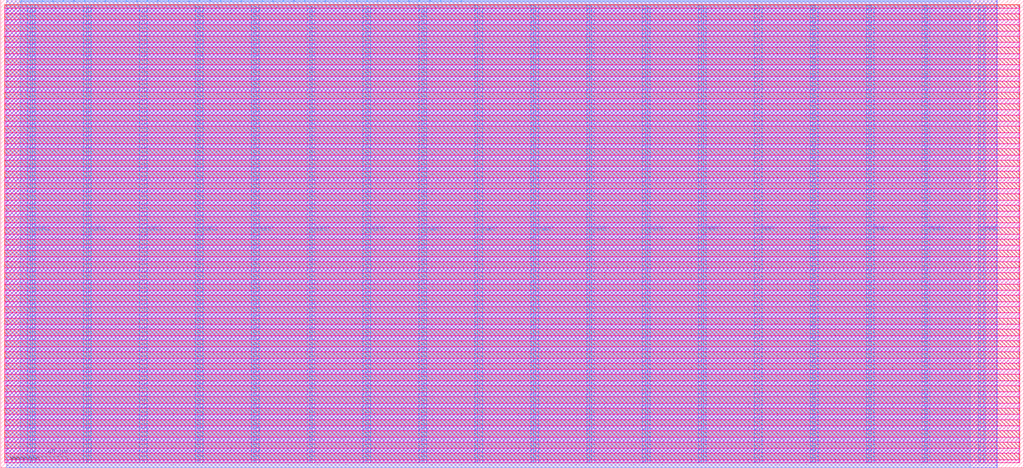
<source format=lef>
VERSION 5.7 ;
  NOWIREEXTENSIONATPIN ON ;
  DIVIDERCHAR "/" ;
  BUSBITCHARS "[]" ;
MACRO tt_um_rejunity_z80
  CLASS BLOCK ;
  FOREIGN tt_um_rejunity_z80 ;
  ORIGIN 0.000 0.000 ;
  SIZE 711.200 BY 325.360 ;
  PIN VGND
    DIRECTION INOUT ;
    USE GROUND ;
    PORT
      LAYER Metal4 ;
        RECT 22.180 3.620 23.780 321.740 ;
    END
    PORT
      LAYER Metal4 ;
        RECT 61.050 3.620 62.650 321.740 ;
    END
    PORT
      LAYER Metal4 ;
        RECT 99.920 3.620 101.520 321.740 ;
    END
    PORT
      LAYER Metal4 ;
        RECT 138.790 3.620 140.390 321.740 ;
    END
    PORT
      LAYER Metal4 ;
        RECT 177.660 3.620 179.260 321.740 ;
    END
    PORT
      LAYER Metal4 ;
        RECT 216.530 3.620 218.130 321.740 ;
    END
    PORT
      LAYER Metal4 ;
        RECT 255.400 3.620 257.000 321.740 ;
    END
    PORT
      LAYER Metal4 ;
        RECT 294.270 3.620 295.870 321.740 ;
    END
    PORT
      LAYER Metal4 ;
        RECT 333.140 3.620 334.740 321.740 ;
    END
    PORT
      LAYER Metal4 ;
        RECT 372.010 3.620 373.610 321.740 ;
    END
    PORT
      LAYER Metal4 ;
        RECT 410.880 3.620 412.480 321.740 ;
    END
    PORT
      LAYER Metal4 ;
        RECT 449.750 3.620 451.350 321.740 ;
    END
    PORT
      LAYER Metal4 ;
        RECT 488.620 3.620 490.220 321.740 ;
    END
    PORT
      LAYER Metal4 ;
        RECT 527.490 3.620 529.090 321.740 ;
    END
    PORT
      LAYER Metal4 ;
        RECT 566.360 3.620 567.960 321.740 ;
    END
    PORT
      LAYER Metal4 ;
        RECT 605.230 3.620 606.830 321.740 ;
    END
    PORT
      LAYER Metal4 ;
        RECT 644.100 3.620 645.700 321.740 ;
    END
    PORT
      LAYER Metal4 ;
        RECT 682.970 3.620 684.570 321.740 ;
    END
  END VGND
  PIN VPWR
    DIRECTION INOUT ;
    USE POWER ;
    PORT
      LAYER Metal4 ;
        RECT 18.880 3.620 20.480 321.740 ;
    END
    PORT
      LAYER Metal4 ;
        RECT 57.750 3.620 59.350 321.740 ;
    END
    PORT
      LAYER Metal4 ;
        RECT 96.620 3.620 98.220 321.740 ;
    END
    PORT
      LAYER Metal4 ;
        RECT 135.490 3.620 137.090 321.740 ;
    END
    PORT
      LAYER Metal4 ;
        RECT 174.360 3.620 175.960 321.740 ;
    END
    PORT
      LAYER Metal4 ;
        RECT 213.230 3.620 214.830 321.740 ;
    END
    PORT
      LAYER Metal4 ;
        RECT 252.100 3.620 253.700 321.740 ;
    END
    PORT
      LAYER Metal4 ;
        RECT 290.970 3.620 292.570 321.740 ;
    END
    PORT
      LAYER Metal4 ;
        RECT 329.840 3.620 331.440 321.740 ;
    END
    PORT
      LAYER Metal4 ;
        RECT 368.710 3.620 370.310 321.740 ;
    END
    PORT
      LAYER Metal4 ;
        RECT 407.580 3.620 409.180 321.740 ;
    END
    PORT
      LAYER Metal4 ;
        RECT 446.450 3.620 448.050 321.740 ;
    END
    PORT
      LAYER Metal4 ;
        RECT 485.320 3.620 486.920 321.740 ;
    END
    PORT
      LAYER Metal4 ;
        RECT 524.190 3.620 525.790 321.740 ;
    END
    PORT
      LAYER Metal4 ;
        RECT 563.060 3.620 564.660 321.740 ;
    END
    PORT
      LAYER Metal4 ;
        RECT 601.930 3.620 603.530 321.740 ;
    END
    PORT
      LAYER Metal4 ;
        RECT 640.800 3.620 642.400 321.740 ;
    END
    PORT
      LAYER Metal4 ;
        RECT 679.670 3.620 681.270 321.740 ;
    END
  END VPWR
  PIN clk
    DIRECTION INPUT ;
    USE SIGNAL ;
    ANTENNAGATEAREA 4.738000 ;
    PORT
      LAYER Metal4 ;
        RECT 312.890 324.360 313.190 325.360 ;
    END
  END clk
  PIN ena
    DIRECTION INPUT ;
    USE SIGNAL ;
    ANTENNAGATEAREA 0.396000 ;
    PORT
      LAYER Metal4 ;
        RECT 320.170 324.360 320.470 325.360 ;
    END
  END ena
  PIN rst_n
    DIRECTION INPUT ;
    USE SIGNAL ;
    ANTENNAGATEAREA 1.183000 ;
    PORT
      LAYER Metal4 ;
        RECT 305.610 324.360 305.910 325.360 ;
    END
  END rst_n
  PIN ui_in[0]
    DIRECTION INPUT ;
    USE SIGNAL ;
    ANTENNAGATEAREA 0.726000 ;
    PORT
      LAYER Metal4 ;
        RECT 298.330 324.360 298.630 325.360 ;
    END
  END ui_in[0]
  PIN ui_in[1]
    DIRECTION INPUT ;
    USE SIGNAL ;
    ANTENNAGATEAREA 0.396000 ;
    PORT
      LAYER Metal4 ;
        RECT 291.050 324.360 291.350 325.360 ;
    END
  END ui_in[1]
  PIN ui_in[2]
    DIRECTION INPUT ;
    USE SIGNAL ;
    ANTENNAGATEAREA 0.396000 ;
    PORT
      LAYER Metal4 ;
        RECT 283.770 324.360 284.070 325.360 ;
    END
  END ui_in[2]
  PIN ui_in[3]
    DIRECTION INPUT ;
    USE SIGNAL ;
    ANTENNAGATEAREA 0.396000 ;
    PORT
      LAYER Metal4 ;
        RECT 276.490 324.360 276.790 325.360 ;
    END
  END ui_in[3]
  PIN ui_in[4]
    DIRECTION INPUT ;
    USE SIGNAL ;
    ANTENNAGATEAREA 0.741000 ;
    PORT
      LAYER Metal4 ;
        RECT 269.210 324.360 269.510 325.360 ;
    END
  END ui_in[4]
  PIN ui_in[5]
    DIRECTION INPUT ;
    USE SIGNAL ;
    ANTENNAGATEAREA 1.102000 ;
    PORT
      LAYER Metal4 ;
        RECT 261.930 324.360 262.230 325.360 ;
    END
  END ui_in[5]
  PIN ui_in[6]
    DIRECTION INPUT ;
    USE SIGNAL ;
    ANTENNAGATEAREA 2.204000 ;
    PORT
      LAYER Metal4 ;
        RECT 254.650 324.360 254.950 325.360 ;
    END
  END ui_in[6]
  PIN ui_in[7]
    DIRECTION INPUT ;
    USE SIGNAL ;
    ANTENNAGATEAREA 1.183000 ;
    PORT
      LAYER Metal4 ;
        RECT 247.370 324.360 247.670 325.360 ;
    END
  END ui_in[7]
  PIN uio_in[0]
    DIRECTION INPUT ;
    USE SIGNAL ;
    ANTENNAGATEAREA 1.102000 ;
    PORT
      LAYER Metal4 ;
        RECT 240.090 324.360 240.390 325.360 ;
    END
  END uio_in[0]
  PIN uio_in[1]
    DIRECTION INPUT ;
    USE SIGNAL ;
    ANTENNAGATEAREA 1.102000 ;
    PORT
      LAYER Metal4 ;
        RECT 232.810 324.360 233.110 325.360 ;
    END
  END uio_in[1]
  PIN uio_in[2]
    DIRECTION INPUT ;
    USE SIGNAL ;
    ANTENNAGATEAREA 0.726000 ;
    PORT
      LAYER Metal4 ;
        RECT 225.530 324.360 225.830 325.360 ;
    END
  END uio_in[2]
  PIN uio_in[3]
    DIRECTION INPUT ;
    USE SIGNAL ;
    ANTENNAGATEAREA 0.726000 ;
    PORT
      LAYER Metal4 ;
        RECT 218.250 324.360 218.550 325.360 ;
    END
  END uio_in[3]
  PIN uio_in[4]
    DIRECTION INPUT ;
    USE SIGNAL ;
    ANTENNAGATEAREA 1.102000 ;
    PORT
      LAYER Metal4 ;
        RECT 210.970 324.360 211.270 325.360 ;
    END
  END uio_in[4]
  PIN uio_in[5]
    DIRECTION INPUT ;
    USE SIGNAL ;
    ANTENNAGATEAREA 1.102000 ;
    PORT
      LAYER Metal4 ;
        RECT 203.690 324.360 203.990 325.360 ;
    END
  END uio_in[5]
  PIN uio_in[6]
    DIRECTION INPUT ;
    USE SIGNAL ;
    ANTENNAGATEAREA 1.102000 ;
    PORT
      LAYER Metal4 ;
        RECT 196.410 324.360 196.710 325.360 ;
    END
  END uio_in[6]
  PIN uio_in[7]
    DIRECTION INPUT ;
    USE SIGNAL ;
    ANTENNAGATEAREA 0.726000 ;
    PORT
      LAYER Metal4 ;
        RECT 189.130 324.360 189.430 325.360 ;
    END
  END uio_in[7]
  PIN uio_oe[0]
    DIRECTION OUTPUT ;
    USE SIGNAL ;
    ANTENNADIFFAREA 1.986000 ;
    PORT
      LAYER Metal4 ;
        RECT 65.370 324.360 65.670 325.360 ;
    END
  END uio_oe[0]
  PIN uio_oe[1]
    DIRECTION OUTPUT ;
    USE SIGNAL ;
    ANTENNADIFFAREA 1.986000 ;
    PORT
      LAYER Metal4 ;
        RECT 58.090 324.360 58.390 325.360 ;
    END
  END uio_oe[1]
  PIN uio_oe[2]
    DIRECTION OUTPUT ;
    USE SIGNAL ;
    ANTENNADIFFAREA 1.986000 ;
    PORT
      LAYER Metal4 ;
        RECT 50.810 324.360 51.110 325.360 ;
    END
  END uio_oe[2]
  PIN uio_oe[3]
    DIRECTION OUTPUT ;
    USE SIGNAL ;
    ANTENNADIFFAREA 1.986000 ;
    PORT
      LAYER Metal4 ;
        RECT 43.530 324.360 43.830 325.360 ;
    END
  END uio_oe[3]
  PIN uio_oe[4]
    DIRECTION OUTPUT ;
    USE SIGNAL ;
    ANTENNADIFFAREA 1.986000 ;
    PORT
      LAYER Metal4 ;
        RECT 36.250 324.360 36.550 325.360 ;
    END
  END uio_oe[4]
  PIN uio_oe[5]
    DIRECTION OUTPUT ;
    USE SIGNAL ;
    ANTENNADIFFAREA 1.986000 ;
    PORT
      LAYER Metal4 ;
        RECT 28.970 324.360 29.270 325.360 ;
    END
  END uio_oe[5]
  PIN uio_oe[6]
    DIRECTION OUTPUT ;
    USE SIGNAL ;
    ANTENNADIFFAREA 1.986000 ;
    PORT
      LAYER Metal4 ;
        RECT 21.690 324.360 21.990 325.360 ;
    END
  END uio_oe[6]
  PIN uio_oe[7]
    DIRECTION OUTPUT ;
    USE SIGNAL ;
    ANTENNADIFFAREA 1.986000 ;
    PORT
      LAYER Metal4 ;
        RECT 14.410 324.360 14.710 325.360 ;
    END
  END uio_oe[7]
  PIN uio_out[0]
    DIRECTION OUTPUT ;
    USE SIGNAL ;
    ANTENNAGATEAREA 2.114000 ;
    ANTENNADIFFAREA 2.111200 ;
    PORT
      LAYER Metal4 ;
        RECT 123.610 324.360 123.910 325.360 ;
    END
  END uio_out[0]
  PIN uio_out[1]
    DIRECTION OUTPUT ;
    USE SIGNAL ;
    ANTENNAGATEAREA 2.114000 ;
    ANTENNADIFFAREA 2.111200 ;
    PORT
      LAYER Metal4 ;
        RECT 116.330 324.360 116.630 325.360 ;
    END
  END uio_out[1]
  PIN uio_out[2]
    DIRECTION OUTPUT ;
    USE SIGNAL ;
    ANTENNAGATEAREA 2.114000 ;
    ANTENNADIFFAREA 2.111200 ;
    PORT
      LAYER Metal4 ;
        RECT 109.050 324.360 109.350 325.360 ;
    END
  END uio_out[2]
  PIN uio_out[3]
    DIRECTION OUTPUT ;
    USE SIGNAL ;
    ANTENNAGATEAREA 2.199000 ;
    ANTENNADIFFAREA 2.111200 ;
    PORT
      LAYER Metal4 ;
        RECT 101.770 324.360 102.070 325.360 ;
    END
  END uio_out[3]
  PIN uio_out[4]
    DIRECTION OUTPUT ;
    USE SIGNAL ;
    ANTENNAGATEAREA 0.898000 ;
    ANTENNADIFFAREA 2.111200 ;
    PORT
      LAYER Metal4 ;
        RECT 94.490 324.360 94.790 325.360 ;
    END
  END uio_out[4]
  PIN uio_out[5]
    DIRECTION OUTPUT ;
    USE SIGNAL ;
    ANTENNAGATEAREA 2.199000 ;
    ANTENNADIFFAREA 2.111200 ;
    PORT
      LAYER Metal4 ;
        RECT 87.210 324.360 87.510 325.360 ;
    END
  END uio_out[5]
  PIN uio_out[6]
    DIRECTION OUTPUT ;
    USE SIGNAL ;
    ANTENNAGATEAREA 2.133000 ;
    ANTENNADIFFAREA 2.111200 ;
    PORT
      LAYER Metal4 ;
        RECT 79.930 324.360 80.230 325.360 ;
    END
  END uio_out[6]
  PIN uio_out[7]
    DIRECTION OUTPUT ;
    USE SIGNAL ;
    ANTENNAGATEAREA 0.898000 ;
    ANTENNADIFFAREA 1.055600 ;
    PORT
      LAYER Metal4 ;
        RECT 72.650 324.360 72.950 325.360 ;
    END
  END uio_out[7]
  PIN uo_out[0]
    DIRECTION OUTPUT ;
    USE SIGNAL ;
    ANTENNADIFFAREA 4.030500 ;
    PORT
      LAYER Metal4 ;
        RECT 181.850 324.360 182.150 325.360 ;
    END
  END uo_out[0]
  PIN uo_out[1]
    DIRECTION OUTPUT ;
    USE SIGNAL ;
    ANTENNADIFFAREA 4.369000 ;
    PORT
      LAYER Metal4 ;
        RECT 174.570 324.360 174.870 325.360 ;
    END
  END uo_out[1]
  PIN uo_out[2]
    DIRECTION OUTPUT ;
    USE SIGNAL ;
    ANTENNADIFFAREA 4.030500 ;
    PORT
      LAYER Metal4 ;
        RECT 167.290 324.360 167.590 325.360 ;
    END
  END uo_out[2]
  PIN uo_out[3]
    DIRECTION OUTPUT ;
    USE SIGNAL ;
    ANTENNADIFFAREA 4.389000 ;
    PORT
      LAYER Metal4 ;
        RECT 160.010 324.360 160.310 325.360 ;
    END
  END uo_out[3]
  PIN uo_out[4]
    DIRECTION OUTPUT ;
    USE SIGNAL ;
    ANTENNADIFFAREA 4.369000 ;
    PORT
      LAYER Metal4 ;
        RECT 152.730 324.360 153.030 325.360 ;
    END
  END uo_out[4]
  PIN uo_out[5]
    DIRECTION OUTPUT ;
    USE SIGNAL ;
    ANTENNADIFFAREA 4.369000 ;
    PORT
      LAYER Metal4 ;
        RECT 145.450 324.360 145.750 325.360 ;
    END
  END uo_out[5]
  PIN uo_out[6]
    DIRECTION OUTPUT ;
    USE SIGNAL ;
    ANTENNADIFFAREA 4.369000 ;
    PORT
      LAYER Metal4 ;
        RECT 138.170 324.360 138.470 325.360 ;
    END
  END uo_out[6]
  PIN uo_out[7]
    DIRECTION OUTPUT ;
    USE SIGNAL ;
    ANTENNADIFFAREA 4.369000 ;
    PORT
      LAYER Metal4 ;
        RECT 130.890 324.360 131.190 325.360 ;
    END
  END uo_out[7]
  OBS
      LAYER Nwell ;
        RECT 2.930 319.280 708.270 321.870 ;
      LAYER Pwell ;
        RECT 2.930 315.760 708.270 319.280 ;
      LAYER Nwell ;
        RECT 2.930 311.440 708.270 315.760 ;
      LAYER Pwell ;
        RECT 2.930 307.920 708.270 311.440 ;
      LAYER Nwell ;
        RECT 2.930 303.600 708.270 307.920 ;
      LAYER Pwell ;
        RECT 2.930 300.080 708.270 303.600 ;
      LAYER Nwell ;
        RECT 2.930 295.760 708.270 300.080 ;
      LAYER Pwell ;
        RECT 2.930 292.240 708.270 295.760 ;
      LAYER Nwell ;
        RECT 2.930 287.920 708.270 292.240 ;
      LAYER Pwell ;
        RECT 2.930 284.400 708.270 287.920 ;
      LAYER Nwell ;
        RECT 2.930 280.080 708.270 284.400 ;
      LAYER Pwell ;
        RECT 2.930 276.560 708.270 280.080 ;
      LAYER Nwell ;
        RECT 2.930 272.240 708.270 276.560 ;
      LAYER Pwell ;
        RECT 2.930 268.720 708.270 272.240 ;
      LAYER Nwell ;
        RECT 2.930 264.400 708.270 268.720 ;
      LAYER Pwell ;
        RECT 2.930 260.880 708.270 264.400 ;
      LAYER Nwell ;
        RECT 2.930 256.560 708.270 260.880 ;
      LAYER Pwell ;
        RECT 2.930 253.040 708.270 256.560 ;
      LAYER Nwell ;
        RECT 2.930 248.720 708.270 253.040 ;
      LAYER Pwell ;
        RECT 2.930 245.200 708.270 248.720 ;
      LAYER Nwell ;
        RECT 2.930 240.880 708.270 245.200 ;
      LAYER Pwell ;
        RECT 2.930 237.360 708.270 240.880 ;
      LAYER Nwell ;
        RECT 2.930 233.040 708.270 237.360 ;
      LAYER Pwell ;
        RECT 2.930 229.520 708.270 233.040 ;
      LAYER Nwell ;
        RECT 2.930 225.200 708.270 229.520 ;
      LAYER Pwell ;
        RECT 2.930 221.680 708.270 225.200 ;
      LAYER Nwell ;
        RECT 2.930 217.360 708.270 221.680 ;
      LAYER Pwell ;
        RECT 2.930 213.840 708.270 217.360 ;
      LAYER Nwell ;
        RECT 2.930 209.520 708.270 213.840 ;
      LAYER Pwell ;
        RECT 2.930 206.000 708.270 209.520 ;
      LAYER Nwell ;
        RECT 2.930 201.680 708.270 206.000 ;
      LAYER Pwell ;
        RECT 2.930 198.160 708.270 201.680 ;
      LAYER Nwell ;
        RECT 2.930 193.840 708.270 198.160 ;
      LAYER Pwell ;
        RECT 2.930 190.320 708.270 193.840 ;
      LAYER Nwell ;
        RECT 2.930 186.000 708.270 190.320 ;
      LAYER Pwell ;
        RECT 2.930 182.480 708.270 186.000 ;
      LAYER Nwell ;
        RECT 2.930 178.160 708.270 182.480 ;
      LAYER Pwell ;
        RECT 2.930 174.640 708.270 178.160 ;
      LAYER Nwell ;
        RECT 2.930 170.320 708.270 174.640 ;
      LAYER Pwell ;
        RECT 2.930 166.800 708.270 170.320 ;
      LAYER Nwell ;
        RECT 2.930 162.480 708.270 166.800 ;
      LAYER Pwell ;
        RECT 2.930 158.960 708.270 162.480 ;
      LAYER Nwell ;
        RECT 2.930 154.640 708.270 158.960 ;
      LAYER Pwell ;
        RECT 2.930 151.120 708.270 154.640 ;
      LAYER Nwell ;
        RECT 2.930 146.800 708.270 151.120 ;
      LAYER Pwell ;
        RECT 2.930 143.280 708.270 146.800 ;
      LAYER Nwell ;
        RECT 2.930 138.960 708.270 143.280 ;
      LAYER Pwell ;
        RECT 2.930 135.440 708.270 138.960 ;
      LAYER Nwell ;
        RECT 2.930 131.120 708.270 135.440 ;
      LAYER Pwell ;
        RECT 2.930 127.600 708.270 131.120 ;
      LAYER Nwell ;
        RECT 2.930 123.280 708.270 127.600 ;
      LAYER Pwell ;
        RECT 2.930 119.760 708.270 123.280 ;
      LAYER Nwell ;
        RECT 2.930 115.440 708.270 119.760 ;
      LAYER Pwell ;
        RECT 2.930 111.920 708.270 115.440 ;
      LAYER Nwell ;
        RECT 2.930 107.600 708.270 111.920 ;
      LAYER Pwell ;
        RECT 2.930 104.080 708.270 107.600 ;
      LAYER Nwell ;
        RECT 2.930 99.760 708.270 104.080 ;
      LAYER Pwell ;
        RECT 2.930 96.240 708.270 99.760 ;
      LAYER Nwell ;
        RECT 2.930 91.920 708.270 96.240 ;
      LAYER Pwell ;
        RECT 2.930 88.400 708.270 91.920 ;
      LAYER Nwell ;
        RECT 2.930 84.080 708.270 88.400 ;
      LAYER Pwell ;
        RECT 2.930 80.560 708.270 84.080 ;
      LAYER Nwell ;
        RECT 2.930 76.240 708.270 80.560 ;
      LAYER Pwell ;
        RECT 2.930 72.720 708.270 76.240 ;
      LAYER Nwell ;
        RECT 2.930 68.400 708.270 72.720 ;
      LAYER Pwell ;
        RECT 2.930 64.880 708.270 68.400 ;
      LAYER Nwell ;
        RECT 2.930 60.560 708.270 64.880 ;
      LAYER Pwell ;
        RECT 2.930 57.040 708.270 60.560 ;
      LAYER Nwell ;
        RECT 2.930 52.720 708.270 57.040 ;
      LAYER Pwell ;
        RECT 2.930 49.200 708.270 52.720 ;
      LAYER Nwell ;
        RECT 2.930 44.880 708.270 49.200 ;
      LAYER Pwell ;
        RECT 2.930 41.360 708.270 44.880 ;
      LAYER Nwell ;
        RECT 2.930 37.040 708.270 41.360 ;
      LAYER Pwell ;
        RECT 2.930 33.520 708.270 37.040 ;
      LAYER Nwell ;
        RECT 2.930 29.200 708.270 33.520 ;
      LAYER Pwell ;
        RECT 2.930 25.680 708.270 29.200 ;
      LAYER Nwell ;
        RECT 2.930 21.360 708.270 25.680 ;
      LAYER Pwell ;
        RECT 2.930 17.840 708.270 21.360 ;
      LAYER Nwell ;
        RECT 2.930 13.520 708.270 17.840 ;
      LAYER Pwell ;
        RECT 2.930 10.000 708.270 13.520 ;
      LAYER Nwell ;
        RECT 2.930 5.680 708.270 10.000 ;
      LAYER Pwell ;
        RECT 2.930 3.490 708.270 5.680 ;
      LAYER Metal1 ;
        RECT 3.360 3.620 707.840 321.740 ;
      LAYER Metal2 ;
        RECT 4.060 0.090 692.580 325.270 ;
      LAYER Metal3 ;
        RECT 4.010 0.140 692.630 325.220 ;
      LAYER Metal4 ;
        RECT 13.580 324.060 14.110 324.590 ;
        RECT 15.010 324.060 21.390 324.590 ;
        RECT 22.290 324.060 28.670 324.590 ;
        RECT 29.570 324.060 35.950 324.590 ;
        RECT 36.850 324.060 43.230 324.590 ;
        RECT 44.130 324.060 50.510 324.590 ;
        RECT 51.410 324.060 57.790 324.590 ;
        RECT 58.690 324.060 65.070 324.590 ;
        RECT 65.970 324.060 72.350 324.590 ;
        RECT 73.250 324.060 79.630 324.590 ;
        RECT 80.530 324.060 86.910 324.590 ;
        RECT 87.810 324.060 94.190 324.590 ;
        RECT 95.090 324.060 101.470 324.590 ;
        RECT 102.370 324.060 108.750 324.590 ;
        RECT 109.650 324.060 116.030 324.590 ;
        RECT 116.930 324.060 123.310 324.590 ;
        RECT 124.210 324.060 130.590 324.590 ;
        RECT 131.490 324.060 137.870 324.590 ;
        RECT 138.770 324.060 145.150 324.590 ;
        RECT 146.050 324.060 152.430 324.590 ;
        RECT 153.330 324.060 159.710 324.590 ;
        RECT 160.610 324.060 166.990 324.590 ;
        RECT 167.890 324.060 174.270 324.590 ;
        RECT 175.170 324.060 181.550 324.590 ;
        RECT 182.450 324.060 188.830 324.590 ;
        RECT 189.730 324.060 196.110 324.590 ;
        RECT 197.010 324.060 203.390 324.590 ;
        RECT 204.290 324.060 210.670 324.590 ;
        RECT 211.570 324.060 217.950 324.590 ;
        RECT 218.850 324.060 225.230 324.590 ;
        RECT 226.130 324.060 232.510 324.590 ;
        RECT 233.410 324.060 239.790 324.590 ;
        RECT 240.690 324.060 247.070 324.590 ;
        RECT 247.970 324.060 254.350 324.590 ;
        RECT 255.250 324.060 261.630 324.590 ;
        RECT 262.530 324.060 268.910 324.590 ;
        RECT 269.810 324.060 276.190 324.590 ;
        RECT 277.090 324.060 283.470 324.590 ;
        RECT 284.370 324.060 290.750 324.590 ;
        RECT 291.650 324.060 298.030 324.590 ;
        RECT 298.930 324.060 305.310 324.590 ;
        RECT 306.210 324.060 312.590 324.590 ;
        RECT 313.490 324.060 319.870 324.590 ;
        RECT 320.770 324.060 674.100 324.590 ;
        RECT 13.580 322.040 674.100 324.060 ;
        RECT 13.580 3.320 18.580 322.040 ;
        RECT 20.780 3.320 21.880 322.040 ;
        RECT 24.080 3.320 57.450 322.040 ;
        RECT 59.650 3.320 60.750 322.040 ;
        RECT 62.950 3.320 96.320 322.040 ;
        RECT 98.520 3.320 99.620 322.040 ;
        RECT 101.820 3.320 135.190 322.040 ;
        RECT 137.390 3.320 138.490 322.040 ;
        RECT 140.690 3.320 174.060 322.040 ;
        RECT 176.260 3.320 177.360 322.040 ;
        RECT 179.560 3.320 212.930 322.040 ;
        RECT 215.130 3.320 216.230 322.040 ;
        RECT 218.430 3.320 251.800 322.040 ;
        RECT 254.000 3.320 255.100 322.040 ;
        RECT 257.300 3.320 290.670 322.040 ;
        RECT 292.870 3.320 293.970 322.040 ;
        RECT 296.170 3.320 329.540 322.040 ;
        RECT 331.740 3.320 332.840 322.040 ;
        RECT 335.040 3.320 368.410 322.040 ;
        RECT 370.610 3.320 371.710 322.040 ;
        RECT 373.910 3.320 407.280 322.040 ;
        RECT 409.480 3.320 410.580 322.040 ;
        RECT 412.780 3.320 446.150 322.040 ;
        RECT 448.350 3.320 449.450 322.040 ;
        RECT 451.650 3.320 485.020 322.040 ;
        RECT 487.220 3.320 488.320 322.040 ;
        RECT 490.520 3.320 523.890 322.040 ;
        RECT 526.090 3.320 527.190 322.040 ;
        RECT 529.390 3.320 562.760 322.040 ;
        RECT 564.960 3.320 566.060 322.040 ;
        RECT 568.260 3.320 601.630 322.040 ;
        RECT 603.830 3.320 604.930 322.040 ;
        RECT 607.130 3.320 640.500 322.040 ;
        RECT 642.700 3.320 643.800 322.040 ;
        RECT 646.000 3.320 674.100 322.040 ;
        RECT 13.580 0.090 674.100 3.320 ;
  END
END tt_um_rejunity_z80
END LIBRARY


</source>
